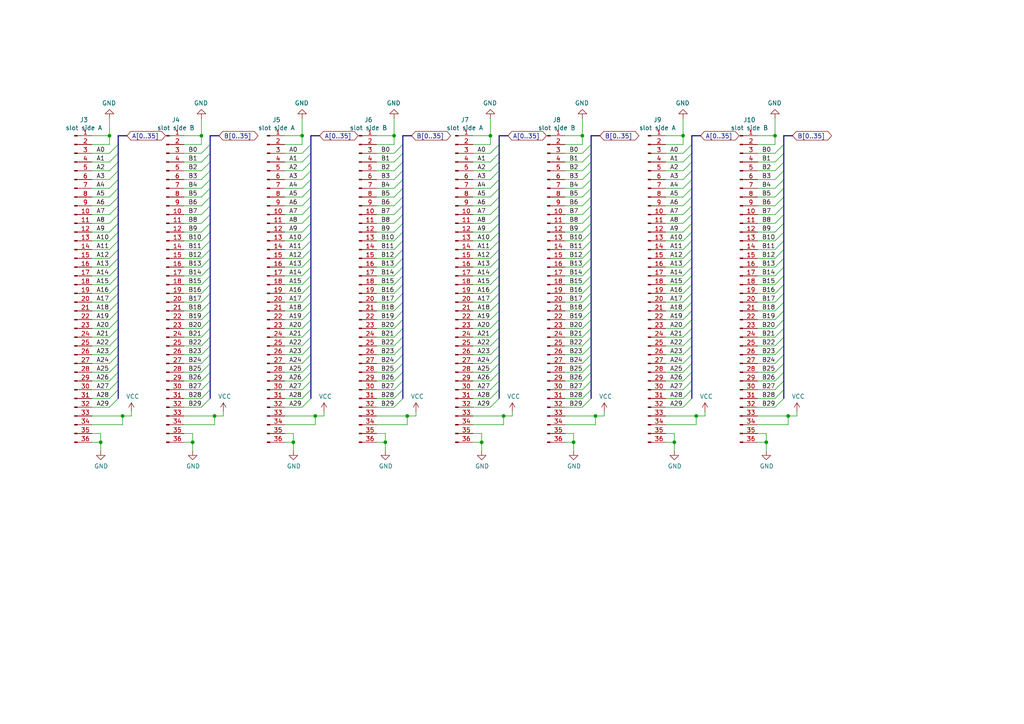
<source format=kicad_sch>
(kicad_sch (version 20230121) (generator eeschema)
  (paper "A4")
  (title_block (title "Mini8086 backplane") (rev "2.1"))
  (junction (at 58.42 39.37))
  (junction (at 228.6 120.65))
  (junction (at 31.75 39.37))
  (junction (at 91.44 120.65))
  (junction (at 224.79 39.37))
  (junction (at 118.11 120.65))
  (junction (at 114.3 39.37))
  (junction (at 146.05 120.65))
  (junction (at 142.24 39.37))
  (junction (at 168.91 39.37))
  (junction (at 35.56 120.65))
  (junction (at 139.7 128.27))
  (junction (at 172.72 120.65))
  (junction (at 85.09 128.27))
  (junction (at 201.93 120.65))
  (junction (at 198.12 39.37))
  (junction (at 166.37 128.27))
  (junction (at 195.58 128.27))
  (junction (at 222.25 128.27))
  (junction (at 62.23 120.65))
  (junction (at 111.76 128.27))
  (junction (at 55.88 128.27))
  (junction (at 29.21 128.27))
  (junction (at 87.63 39.37))
  (bus_entry (at 224.79 107.95) (size 2.54 -2.54))
  (bus_entry (at 142.24 110.49) (size 2.54 -2.54))
  (bus_entry (at 114.3 49.53) (size 2.54 -2.54))
  (bus_entry (at 31.75 72.39) (size 2.54 -2.54))
  (bus_entry (at 224.79 82.55) (size 2.54 -2.54))
  (bus_entry (at 168.91 80.01) (size 2.54 -2.54))
  (bus_entry (at 114.3 100.33) (size 2.54 -2.54))
  (bus_entry (at 142.24 54.61) (size 2.54 -2.54))
  (bus_entry (at 142.24 82.55) (size 2.54 -2.54))
  (bus_entry (at 142.24 62.23) (size 2.54 -2.54))
  (bus_entry (at 142.24 85.09) (size 2.54 -2.54))
  (bus_entry (at 87.63 46.99) (size 2.54 -2.54))
  (bus_entry (at 31.75 102.87) (size 2.54 -2.54))
  (bus_entry (at 224.79 59.69) (size 2.54 -2.54))
  (bus_entry (at 142.24 52.07) (size 2.54 -2.54))
  (bus_entry (at 114.3 102.87) (size 2.54 -2.54))
  (bus_entry (at 224.79 87.63) (size 2.54 -2.54))
  (bus_entry (at 168.91 97.79) (size 2.54 -2.54))
  (bus_entry (at 58.42 57.15) (size 2.54 -2.54))
  (bus_entry (at 114.3 44.45) (size 2.54 -2.54))
  (bus_entry (at 224.79 105.41) (size 2.54 -2.54))
  (bus_entry (at 168.91 64.77) (size 2.54 -2.54))
  (bus_entry (at 168.91 82.55) (size 2.54 -2.54))
  (bus_entry (at 168.91 57.15) (size 2.54 -2.54))
  (bus_entry (at 168.91 62.23) (size 2.54 -2.54))
  (bus_entry (at 87.63 97.79) (size 2.54 -2.54))
  (bus_entry (at 168.91 44.45) (size 2.54 -2.54))
  (bus_entry (at 31.75 59.69) (size 2.54 -2.54))
  (bus_entry (at 58.42 110.49) (size 2.54 -2.54))
  (bus_entry (at 31.75 92.71) (size 2.54 -2.54))
  (bus_entry (at 198.12 82.55) (size 2.54 -2.54))
  (bus_entry (at 58.42 118.11) (size 2.54 -2.54))
  (bus_entry (at 198.12 54.61) (size 2.54 -2.54))
  (bus_entry (at 114.3 46.99) (size 2.54 -2.54))
  (bus_entry (at 168.91 110.49) (size 2.54 -2.54))
  (bus_entry (at 198.12 72.39) (size 2.54 -2.54))
  (bus_entry (at 31.75 49.53) (size 2.54 -2.54))
  (bus_entry (at 31.75 115.57) (size 2.54 -2.54))
  (bus_entry (at 114.3 97.79) (size 2.54 -2.54))
  (bus_entry (at 224.79 69.85) (size 2.54 -2.54))
  (bus_entry (at 114.3 69.85) (size 2.54 -2.54))
  (bus_entry (at 87.63 44.45) (size 2.54 -2.54))
  (bus_entry (at 198.12 44.45) (size 2.54 -2.54))
  (bus_entry (at 168.91 69.85) (size 2.54 -2.54))
  (bus_entry (at 142.24 115.57) (size 2.54 -2.54))
  (bus_entry (at 142.24 74.93) (size 2.54 -2.54))
  (bus_entry (at 87.63 72.39) (size 2.54 -2.54))
  (bus_entry (at 198.12 118.11) (size 2.54 -2.54))
  (bus_entry (at 224.79 97.79) (size 2.54 -2.54))
  (bus_entry (at 58.42 113.03) (size 2.54 -2.54))
  (bus_entry (at 114.3 59.69) (size 2.54 -2.54))
  (bus_entry (at 87.63 105.41) (size 2.54 -2.54))
  (bus_entry (at 58.42 90.17) (size 2.54 -2.54))
  (bus_entry (at 114.3 95.25) (size 2.54 -2.54))
  (bus_entry (at 168.91 49.53) (size 2.54 -2.54))
  (bus_entry (at 198.12 95.25) (size 2.54 -2.54))
  (bus_entry (at 168.91 46.99) (size 2.54 -2.54))
  (bus_entry (at 168.91 115.57) (size 2.54 -2.54))
  (bus_entry (at 87.63 107.95) (size 2.54 -2.54))
  (bus_entry (at 142.24 100.33) (size 2.54 -2.54))
  (bus_entry (at 58.42 62.23) (size 2.54 -2.54))
  (bus_entry (at 58.42 102.87) (size 2.54 -2.54))
  (bus_entry (at 142.24 72.39) (size 2.54 -2.54))
  (bus_entry (at 224.79 80.01) (size 2.54 -2.54))
  (bus_entry (at 87.63 54.61) (size 2.54 -2.54))
  (bus_entry (at 87.63 69.85) (size 2.54 -2.54))
  (bus_entry (at 87.63 118.11) (size 2.54 -2.54))
  (bus_entry (at 114.3 107.95) (size 2.54 -2.54))
  (bus_entry (at 31.75 52.07) (size 2.54 -2.54))
  (bus_entry (at 58.42 72.39) (size 2.54 -2.54))
  (bus_entry (at 142.24 105.41) (size 2.54 -2.54))
  (bus_entry (at 198.12 85.09) (size 2.54 -2.54))
  (bus_entry (at 87.63 77.47) (size 2.54 -2.54))
  (bus_entry (at 87.63 102.87) (size 2.54 -2.54))
  (bus_entry (at 87.63 90.17) (size 2.54 -2.54))
  (bus_entry (at 142.24 57.15) (size 2.54 -2.54))
  (bus_entry (at 198.12 64.77) (size 2.54 -2.54))
  (bus_entry (at 31.75 64.77) (size 2.54 -2.54))
  (bus_entry (at 114.3 72.39) (size 2.54 -2.54))
  (bus_entry (at 224.79 115.57) (size 2.54 -2.54))
  (bus_entry (at 224.79 44.45) (size 2.54 -2.54))
  (bus_entry (at 142.24 95.25) (size 2.54 -2.54))
  (bus_entry (at 114.3 113.03) (size 2.54 -2.54))
  (bus_entry (at 58.42 64.77) (size 2.54 -2.54))
  (bus_entry (at 168.91 95.25) (size 2.54 -2.54))
  (bus_entry (at 114.3 118.11) (size 2.54 -2.54))
  (bus_entry (at 142.24 44.45) (size 2.54 -2.54))
  (bus_entry (at 58.42 95.25) (size 2.54 -2.54))
  (bus_entry (at 31.75 87.63) (size 2.54 -2.54))
  (bus_entry (at 198.12 69.85) (size 2.54 -2.54))
  (bus_entry (at 224.79 90.17) (size 2.54 -2.54))
  (bus_entry (at 198.12 67.31) (size 2.54 -2.54))
  (bus_entry (at 142.24 59.69) (size 2.54 -2.54))
  (bus_entry (at 168.91 100.33) (size 2.54 -2.54))
  (bus_entry (at 198.12 113.03) (size 2.54 -2.54))
  (bus_entry (at 114.3 52.07) (size 2.54 -2.54))
  (bus_entry (at 224.79 67.31) (size 2.54 -2.54))
  (bus_entry (at 87.63 92.71) (size 2.54 -2.54))
  (bus_entry (at 31.75 57.15) (size 2.54 -2.54))
  (bus_entry (at 224.79 57.15) (size 2.54 -2.54))
  (bus_entry (at 114.3 92.71) (size 2.54 -2.54))
  (bus_entry (at 224.79 64.77) (size 2.54 -2.54))
  (bus_entry (at 168.91 107.95) (size 2.54 -2.54))
  (bus_entry (at 142.24 102.87) (size 2.54 -2.54))
  (bus_entry (at 114.3 85.09) (size 2.54 -2.54))
  (bus_entry (at 58.42 115.57) (size 2.54 -2.54))
  (bus_entry (at 224.79 74.93) (size 2.54 -2.54))
  (bus_entry (at 31.75 110.49) (size 2.54 -2.54))
  (bus_entry (at 31.75 90.17) (size 2.54 -2.54))
  (bus_entry (at 142.24 92.71) (size 2.54 -2.54))
  (bus_entry (at 87.63 64.77) (size 2.54 -2.54))
  (bus_entry (at 87.63 95.25) (size 2.54 -2.54))
  (bus_entry (at 224.79 52.07) (size 2.54 -2.54))
  (bus_entry (at 198.12 100.33) (size 2.54 -2.54))
  (bus_entry (at 224.79 72.39) (size 2.54 -2.54))
  (bus_entry (at 31.75 62.23) (size 2.54 -2.54))
  (bus_entry (at 58.42 80.01) (size 2.54 -2.54))
  (bus_entry (at 224.79 54.61) (size 2.54 -2.54))
  (bus_entry (at 142.24 113.03) (size 2.54 -2.54))
  (bus_entry (at 114.3 105.41) (size 2.54 -2.54))
  (bus_entry (at 224.79 110.49) (size 2.54 -2.54))
  (bus_entry (at 198.12 80.01) (size 2.54 -2.54))
  (bus_entry (at 198.12 110.49) (size 2.54 -2.54))
  (bus_entry (at 87.63 67.31) (size 2.54 -2.54))
  (bus_entry (at 224.79 85.09) (size 2.54 -2.54))
  (bus_entry (at 87.63 62.23) (size 2.54 -2.54))
  (bus_entry (at 142.24 67.31) (size 2.54 -2.54))
  (bus_entry (at 31.75 44.45) (size 2.54 -2.54))
  (bus_entry (at 31.75 80.01) (size 2.54 -2.54))
  (bus_entry (at 224.79 62.23) (size 2.54 -2.54))
  (bus_entry (at 114.3 64.77) (size 2.54 -2.54))
  (bus_entry (at 31.75 54.61) (size 2.54 -2.54))
  (bus_entry (at 58.42 52.07) (size 2.54 -2.54))
  (bus_entry (at 114.3 87.63) (size 2.54 -2.54))
  (bus_entry (at 114.3 67.31) (size 2.54 -2.54))
  (bus_entry (at 198.12 102.87) (size 2.54 -2.54))
  (bus_entry (at 58.42 87.63) (size 2.54 -2.54))
  (bus_entry (at 142.24 46.99) (size 2.54 -2.54))
  (bus_entry (at 198.12 97.79) (size 2.54 -2.54))
  (bus_entry (at 168.91 92.71) (size 2.54 -2.54))
  (bus_entry (at 31.75 82.55) (size 2.54 -2.54))
  (bus_entry (at 142.24 90.17) (size 2.54 -2.54))
  (bus_entry (at 31.75 67.31) (size 2.54 -2.54))
  (bus_entry (at 58.42 69.85) (size 2.54 -2.54))
  (bus_entry (at 58.42 44.45) (size 2.54 -2.54))
  (bus_entry (at 31.75 97.79) (size 2.54 -2.54))
  (bus_entry (at 58.42 97.79) (size 2.54 -2.54))
  (bus_entry (at 31.75 69.85) (size 2.54 -2.54))
  (bus_entry (at 168.91 77.47) (size 2.54 -2.54))
  (bus_entry (at 58.42 59.69) (size 2.54 -2.54))
  (bus_entry (at 58.42 107.95) (size 2.54 -2.54))
  (bus_entry (at 87.63 52.07) (size 2.54 -2.54))
  (bus_entry (at 198.12 77.47) (size 2.54 -2.54))
  (bus_entry (at 31.75 107.95) (size 2.54 -2.54))
  (bus_entry (at 31.75 77.47) (size 2.54 -2.54))
  (bus_entry (at 142.24 80.01) (size 2.54 -2.54))
  (bus_entry (at 198.12 90.17) (size 2.54 -2.54))
  (bus_entry (at 142.24 87.63) (size 2.54 -2.54))
  (bus_entry (at 58.42 77.47) (size 2.54 -2.54))
  (bus_entry (at 114.3 54.61) (size 2.54 -2.54))
  (bus_entry (at 58.42 74.93) (size 2.54 -2.54))
  (bus_entry (at 87.63 87.63) (size 2.54 -2.54))
  (bus_entry (at 168.91 59.69) (size 2.54 -2.54))
  (bus_entry (at 58.42 54.61) (size 2.54 -2.54))
  (bus_entry (at 198.12 107.95) (size 2.54 -2.54))
  (bus_entry (at 198.12 49.53) (size 2.54 -2.54))
  (bus_entry (at 168.91 118.11) (size 2.54 -2.54))
  (bus_entry (at 31.75 100.33) (size 2.54 -2.54))
  (bus_entry (at 114.3 57.15) (size 2.54 -2.54))
  (bus_entry (at 58.42 85.09) (size 2.54 -2.54))
  (bus_entry (at 31.75 113.03) (size 2.54 -2.54))
  (bus_entry (at 142.24 49.53) (size 2.54 -2.54))
  (bus_entry (at 58.42 92.71) (size 2.54 -2.54))
  (bus_entry (at 114.3 77.47) (size 2.54 -2.54))
  (bus_entry (at 58.42 105.41) (size 2.54 -2.54))
  (bus_entry (at 168.91 54.61) (size 2.54 -2.54))
  (bus_entry (at 168.91 90.17) (size 2.54 -2.54))
  (bus_entry (at 87.63 80.01) (size 2.54 -2.54))
  (bus_entry (at 168.91 113.03) (size 2.54 -2.54))
  (bus_entry (at 168.91 85.09) (size 2.54 -2.54))
  (bus_entry (at 168.91 87.63) (size 2.54 -2.54))
  (bus_entry (at 142.24 64.77) (size 2.54 -2.54))
  (bus_entry (at 198.12 46.99) (size 2.54 -2.54))
  (bus_entry (at 198.12 59.69) (size 2.54 -2.54))
  (bus_entry (at 31.75 85.09) (size 2.54 -2.54))
  (bus_entry (at 58.42 82.55) (size 2.54 -2.54))
  (bus_entry (at 114.3 74.93) (size 2.54 -2.54))
  (bus_entry (at 58.42 67.31) (size 2.54 -2.54))
  (bus_entry (at 87.63 49.53) (size 2.54 -2.54))
  (bus_entry (at 58.42 46.99) (size 2.54 -2.54))
  (bus_entry (at 198.12 105.41) (size 2.54 -2.54))
  (bus_entry (at 142.24 107.95) (size 2.54 -2.54))
  (bus_entry (at 168.91 67.31) (size 2.54 -2.54))
  (bus_entry (at 224.79 49.53) (size 2.54 -2.54))
  (bus_entry (at 87.63 110.49) (size 2.54 -2.54))
  (bus_entry (at 114.3 80.01) (size 2.54 -2.54))
  (bus_entry (at 114.3 110.49) (size 2.54 -2.54))
  (bus_entry (at 31.75 105.41) (size 2.54 -2.54))
  (bus_entry (at 87.63 115.57) (size 2.54 -2.54))
  (bus_entry (at 87.63 59.69) (size 2.54 -2.54))
  (bus_entry (at 198.12 52.07) (size 2.54 -2.54))
  (bus_entry (at 224.79 102.87) (size 2.54 -2.54))
  (bus_entry (at 198.12 74.93) (size 2.54 -2.54))
  (bus_entry (at 198.12 57.15) (size 2.54 -2.54))
  (bus_entry (at 168.91 74.93) (size 2.54 -2.54))
  (bus_entry (at 224.79 113.03) (size 2.54 -2.54))
  (bus_entry (at 198.12 62.23) (size 2.54 -2.54))
  (bus_entry (at 168.91 72.39) (size 2.54 -2.54))
  (bus_entry (at 31.75 95.25) (size 2.54 -2.54))
  (bus_entry (at 31.75 46.99) (size 2.54 -2.54))
  (bus_entry (at 87.63 113.03) (size 2.54 -2.54))
  (bus_entry (at 168.91 105.41) (size 2.54 -2.54))
  (bus_entry (at 87.63 100.33) (size 2.54 -2.54))
  (bus_entry (at 142.24 77.47) (size 2.54 -2.54))
  (bus_entry (at 31.75 74.93) (size 2.54 -2.54))
  (bus_entry (at 224.79 95.25) (size 2.54 -2.54))
  (bus_entry (at 224.79 77.47) (size 2.54 -2.54))
  (bus_entry (at 87.63 74.93) (size 2.54 -2.54))
  (bus_entry (at 87.63 85.09) (size 2.54 -2.54))
  (bus_entry (at 224.79 118.11) (size 2.54 -2.54))
  (bus_entry (at 58.42 100.33) (size 2.54 -2.54))
  (bus_entry (at 224.79 92.71) (size 2.54 -2.54))
  (bus_entry (at 114.3 82.55) (size 2.54 -2.54))
  (bus_entry (at 142.24 97.79) (size 2.54 -2.54))
  (bus_entry (at 198.12 87.63) (size 2.54 -2.54))
  (bus_entry (at 198.12 92.71) (size 2.54 -2.54))
  (bus_entry (at 198.12 115.57) (size 2.54 -2.54))
  (bus_entry (at 168.91 52.07) (size 2.54 -2.54))
  (bus_entry (at 31.75 118.11) (size 2.54 -2.54))
  (bus_entry (at 168.91 102.87) (size 2.54 -2.54))
  (bus_entry (at 142.24 118.11) (size 2.54 -2.54))
  (bus_entry (at 114.3 115.57) (size 2.54 -2.54))
  (bus_entry (at 114.3 90.17) (size 2.54 -2.54))
  (bus_entry (at 142.24 69.85) (size 2.54 -2.54))
  (bus_entry (at 87.63 82.55) (size 2.54 -2.54))
  (bus_entry (at 58.42 49.53) (size 2.54 -2.54))
  (bus_entry (at 87.63 57.15) (size 2.54 -2.54))
  (bus_entry (at 114.3 62.23) (size 2.54 -2.54))
  (bus_entry (at 224.79 100.33) (size 2.54 -2.54))
  (bus_entry (at 224.79 46.99) (size 2.54 -2.54))
  (wire (pts (xy 114.3 118.11) (xy 109.22 118.11)))
  (wire (pts (xy 114.3 95.25) (xy 109.22 95.25)))
  (bus (pts (xy 60.96 85.09) (xy 60.96 87.63)))
  (wire (pts (xy 168.91 95.25) (xy 163.83 95.25)))
  (wire (pts (xy 58.42 59.69) (xy 53.34 59.69)))
  (wire (pts (xy 114.3 100.33) (xy 109.22 100.33)))
  (wire (pts (xy 31.75 87.63) (xy 26.67 87.63)))
  (bus (pts (xy 200.66 80.01) (xy 200.66 82.55)))
  (wire (pts (xy 31.75 80.01) (xy 26.67 80.01)))
  (wire (pts (xy 114.3 107.95) (xy 109.22 107.95)))
  (bus (pts (xy 171.45 41.91) (xy 171.45 44.45)))
  (wire (pts (xy 114.3 69.85) (xy 109.22 69.85)))
  (wire (pts (xy 26.67 120.65) (xy 35.56 120.65)))
  (wire (pts (xy 224.79 44.45) (xy 219.71 44.45)))
  (wire (pts (xy 224.79 57.15) (xy 219.71 57.15)))
  (wire (pts (xy 224.79 107.95) (xy 219.71 107.95)))
  (wire (pts (xy 58.42 115.57) (xy 53.34 115.57)))
  (wire (pts (xy 198.12 82.55) (xy 193.04 82.55)))
  (wire (pts (xy 168.91 97.79) (xy 163.83 97.79)))
  (wire (pts (xy 87.63 62.23) (xy 82.55 62.23)))
  (wire (pts (xy 219.71 120.65) (xy 228.6 120.65)))
  (wire (pts (xy 55.88 125.73) (xy 55.88 128.27)))
  (wire (pts (xy 198.12 57.15) (xy 193.04 57.15)))
  (wire (pts (xy 198.12 77.47) (xy 193.04 77.47)))
  (wire (pts (xy 146.05 120.65) (xy 148.59 120.65)))
  (bus (pts (xy 200.66 90.17) (xy 200.66 92.71)))
  (bus (pts (xy 171.45 72.39) (xy 171.45 74.93)))
  (bus (pts (xy 90.17 39.37) (xy 90.17 41.91)))
  (wire (pts (xy 31.75 72.39) (xy 26.67 72.39)))
  (bus (pts (xy 90.17 41.91) (xy 90.17 44.45)))
  (wire (pts (xy 91.44 123.19) (xy 82.55 123.19)))
  (wire (pts (xy 142.24 107.95) (xy 137.16 107.95)))
  (wire (pts (xy 139.7 125.73) (xy 139.7 128.27)))
  (bus (pts (xy 90.17 100.33) (xy 90.17 102.87)))
  (wire (pts (xy 114.3 82.55) (xy 109.22 82.55)))
  (wire (pts (xy 168.91 46.99) (xy 163.83 46.99)))
  (wire (pts (xy 87.63 87.63) (xy 82.55 87.63)))
  (bus (pts (xy 34.29 80.01) (xy 34.29 82.55)))
  (bus (pts (xy 144.78 54.61) (xy 144.78 57.15)))
  (wire (pts (xy 114.3 115.57) (xy 109.22 115.57)))
  (wire (pts (xy 109.22 128.27) (xy 111.76 128.27)))
  (wire (pts (xy 224.79 74.93) (xy 219.71 74.93)))
  (wire (pts (xy 193.04 125.73) (xy 195.58 125.73)))
  (wire (pts (xy 58.42 52.07) (xy 53.34 52.07)))
  (bus (pts (xy 171.45 52.07) (xy 171.45 54.61)))
  (bus (pts (xy 171.45 64.77) (xy 171.45 67.31)))
  (wire (pts (xy 31.75 113.03) (xy 26.67 113.03)))
  (bus (pts (xy 171.45 95.25) (xy 171.45 97.79)))
  (wire (pts (xy 35.56 120.65) (xy 35.56 123.19)))
  (bus (pts (xy 171.45 105.41) (xy 171.45 107.95)))
  (bus (pts (xy 34.29 39.37) (xy 36.83 39.37)))
  (wire (pts (xy 198.12 52.07) (xy 193.04 52.07)))
  (wire (pts (xy 31.75 92.71) (xy 26.67 92.71)))
  (bus (pts (xy 144.78 107.95) (xy 144.78 110.49)))
  (wire (pts (xy 87.63 113.03) (xy 82.55 113.03)))
  (wire (pts (xy 198.12 115.57) (xy 193.04 115.57)))
  (wire (pts (xy 85.09 125.73) (xy 85.09 128.27)))
  (bus (pts (xy 171.45 57.15) (xy 171.45 59.69)))
  (bus (pts (xy 227.33 102.87) (xy 227.33 105.41)))
  (bus (pts (xy 90.17 80.01) (xy 90.17 82.55)))
  (wire (pts (xy 31.75 115.57) (xy 26.67 115.57)))
  (wire (pts (xy 219.71 39.37) (xy 224.79 39.37)))
  (bus (pts (xy 90.17 110.49) (xy 90.17 113.03)))
  (bus (pts (xy 144.78 39.37) (xy 144.78 41.91)))
  (bus (pts (xy 227.33 72.39) (xy 227.33 74.93)))
  (wire (pts (xy 168.91 67.31) (xy 163.83 67.31)))
  (wire (pts (xy 114.3 72.39) (xy 109.22 72.39)))
  (wire (pts (xy 31.75 77.47) (xy 26.67 77.47)))
  (wire (pts (xy 31.75 64.77) (xy 26.67 64.77)))
  (bus (pts (xy 227.33 44.45) (xy 227.33 46.99)))
  (wire (pts (xy 198.12 39.37) (xy 198.12 34.29)))
  (wire (pts (xy 58.42 95.25) (xy 53.34 95.25)))
  (wire (pts (xy 168.91 44.45) (xy 163.83 44.45)))
  (wire (pts (xy 168.91 107.95) (xy 163.83 107.95)))
  (wire (pts (xy 142.24 41.91) (xy 142.24 39.37)))
  (wire (pts (xy 198.12 95.25) (xy 193.04 95.25)))
  (wire (pts (xy 58.42 92.71) (xy 53.34 92.71)))
  (bus (pts (xy 227.33 46.99) (xy 227.33 49.53)))
  (wire (pts (xy 58.42 39.37) (xy 58.42 34.29)))
  (bus (pts (xy 200.66 77.47) (xy 200.66 80.01)))
  (wire (pts (xy 109.22 39.37) (xy 114.3 39.37)))
  (bus (pts (xy 200.66 39.37) (xy 203.2 39.37)))
  (bus (pts (xy 34.29 90.17) (xy 34.29 92.71)))
  (wire (pts (xy 114.3 77.47) (xy 109.22 77.47)))
  (bus (pts (xy 60.96 44.45) (xy 60.96 46.99)))
  (wire (pts (xy 142.24 46.99) (xy 137.16 46.99)))
  (wire (pts (xy 198.12 92.71) (xy 193.04 92.71)))
  (wire (pts (xy 146.05 120.65) (xy 146.05 123.19)))
  (wire (pts (xy 175.26 120.65) (xy 175.26 119.38)))
  (wire (pts (xy 142.24 90.17) (xy 137.16 90.17)))
  (bus (pts (xy 34.29 67.31) (xy 34.29 69.85)))
  (bus (pts (xy 227.33 100.33) (xy 227.33 102.87)))
  (wire (pts (xy 224.79 118.11) (xy 219.71 118.11)))
  (bus (pts (xy 90.17 57.15) (xy 90.17 59.69)))
  (bus (pts (xy 90.17 62.23) (xy 90.17 64.77)))
  (wire (pts (xy 142.24 49.53) (xy 137.16 49.53)))
  (wire (pts (xy 168.91 72.39) (xy 163.83 72.39)))
  (wire (pts (xy 31.75 52.07) (xy 26.67 52.07)))
  (wire (pts (xy 35.56 123.19) (xy 26.67 123.19)))
  (bus (pts (xy 200.66 95.25) (xy 200.66 97.79)))
  (bus (pts (xy 90.17 113.03) (xy 90.17 115.57)))
  (bus (pts (xy 60.96 69.85) (xy 60.96 72.39)))
  (bus (pts (xy 200.66 59.69) (xy 200.66 62.23)))
  (wire (pts (xy 114.3 64.77) (xy 109.22 64.77)))
  (wire (pts (xy 168.91 115.57) (xy 163.83 115.57)))
  (wire (pts (xy 168.91 69.85) (xy 163.83 69.85)))
  (bus (pts (xy 34.29 44.45) (xy 34.29 46.99)))
  (wire (pts (xy 58.42 62.23) (xy 53.34 62.23)))
  (wire (pts (xy 58.42 100.33) (xy 53.34 100.33)))
  (wire (pts (xy 31.75 105.41) (xy 26.67 105.41)))
  (wire (pts (xy 114.3 102.87) (xy 109.22 102.87)))
  (bus (pts (xy 90.17 107.95) (xy 90.17 110.49)))
  (bus (pts (xy 200.66 85.09) (xy 200.66 87.63)))
  (wire (pts (xy 87.63 85.09) (xy 82.55 85.09)))
  (wire (pts (xy 58.42 44.45) (xy 53.34 44.45)))
  (bus (pts (xy 144.78 49.53) (xy 144.78 52.07)))
  (wire (pts (xy 168.91 87.63) (xy 163.83 87.63)))
  (bus (pts (xy 116.84 74.93) (xy 116.84 77.47)))
  (wire (pts (xy 142.24 54.61) (xy 137.16 54.61)))
  (wire (pts (xy 31.75 102.87) (xy 26.67 102.87)))
  (bus (pts (xy 227.33 62.23) (xy 227.33 64.77)))
  (bus (pts (xy 227.33 49.53) (xy 227.33 52.07)))
  (bus (pts (xy 90.17 39.37) (xy 92.71 39.37)))
  (wire (pts (xy 87.63 57.15) (xy 82.55 57.15)))
  (wire (pts (xy 142.24 87.63) (xy 137.16 87.63)))
  (wire (pts (xy 137.16 39.37) (xy 142.24 39.37)))
  (wire (pts (xy 224.79 97.79) (xy 219.71 97.79)))
  (bus (pts (xy 144.78 110.49) (xy 144.78 113.03)))
  (wire (pts (xy 58.42 80.01) (xy 53.34 80.01)))
  (bus (pts (xy 227.33 105.41) (xy 227.33 107.95)))
  (bus (pts (xy 144.78 85.09) (xy 144.78 87.63)))
  (bus (pts (xy 116.84 97.79) (xy 116.84 100.33)))
  (bus (pts (xy 60.96 97.79) (xy 60.96 100.33)))
  (bus (pts (xy 90.17 64.77) (xy 90.17 67.31)))
  (bus (pts (xy 144.78 113.03) (xy 144.78 115.57)))
  (bus (pts (xy 34.29 74.93) (xy 34.29 77.47)))
  (wire (pts (xy 222.25 128.27) (xy 222.25 130.81)))
  (wire (pts (xy 58.42 102.87) (xy 53.34 102.87)))
  (wire (pts (xy 224.79 80.01) (xy 219.71 80.01)))
  (bus (pts (xy 200.66 44.45) (xy 200.66 46.99)))
  (wire (pts (xy 58.42 54.61) (xy 53.34 54.61)))
  (bus (pts (xy 116.84 105.41) (xy 116.84 107.95)))
  (wire (pts (xy 168.91 41.91) (xy 163.83 41.91)))
  (wire (pts (xy 114.3 110.49) (xy 109.22 110.49)))
  (bus (pts (xy 60.96 113.03) (xy 60.96 115.57)))
  (bus (pts (xy 144.78 102.87) (xy 144.78 105.41)))
  (bus (pts (xy 116.84 92.71) (xy 116.84 95.25)))
  (wire (pts (xy 163.83 39.37) (xy 168.91 39.37)))
  (wire (pts (xy 198.12 97.79) (xy 193.04 97.79)))
  (bus (pts (xy 90.17 102.87) (xy 90.17 105.41)))
  (bus (pts (xy 90.17 85.09) (xy 90.17 87.63)))
  (bus (pts (xy 90.17 95.25) (xy 90.17 97.79)))
  (wire (pts (xy 87.63 92.71) (xy 82.55 92.71)))
  (wire (pts (xy 224.79 39.37) (xy 224.79 34.29)))
  (bus (pts (xy 116.84 80.01) (xy 116.84 82.55)))
  (bus (pts (xy 60.96 67.31) (xy 60.96 69.85)))
  (wire (pts (xy 137.16 120.65) (xy 146.05 120.65)))
  (wire (pts (xy 82.55 41.91) (xy 87.63 41.91)))
  (bus (pts (xy 60.96 62.23) (xy 60.96 64.77)))
  (bus (pts (xy 227.33 59.69) (xy 227.33 62.23)))
  (bus (pts (xy 144.78 72.39) (xy 144.78 74.93)))
  (wire (pts (xy 64.77 120.65) (xy 64.77 119.38)))
  (wire (pts (xy 163.83 128.27) (xy 166.37 128.27)))
  (wire (pts (xy 224.79 46.99) (xy 219.71 46.99)))
  (wire (pts (xy 31.75 54.61) (xy 26.67 54.61)))
  (wire (pts (xy 58.42 87.63) (xy 53.34 87.63)))
  (wire (pts (xy 114.3 41.91) (xy 109.22 41.91)))
  (wire (pts (xy 224.79 85.09) (xy 219.71 85.09)))
  (wire (pts (xy 193.04 41.91) (xy 198.12 41.91)))
  (wire (pts (xy 166.37 125.73) (xy 166.37 128.27)))
  (wire (pts (xy 168.91 113.03) (xy 163.83 113.03)))
  (bus (pts (xy 144.78 77.47) (xy 144.78 80.01)))
  (wire (pts (xy 142.24 64.77) (xy 137.16 64.77)))
  (bus (pts (xy 116.84 77.47) (xy 116.84 80.01)))
  (wire (pts (xy 198.12 90.17) (xy 193.04 90.17)))
  (bus (pts (xy 34.29 57.15) (xy 34.29 59.69)))
  (wire (pts (xy 224.79 115.57) (xy 219.71 115.57)))
  (bus (pts (xy 116.84 44.45) (xy 116.84 46.99)))
  (bus (pts (xy 34.29 95.25) (xy 34.29 97.79)))
  (bus (pts (xy 34.29 85.09) (xy 34.29 87.63)))
  (bus (pts (xy 116.84 95.25) (xy 116.84 97.79)))
  (bus (pts (xy 171.45 77.47) (xy 171.45 80.01)))
  (bus (pts (xy 90.17 49.53) (xy 90.17 52.07)))
  (wire (pts (xy 224.79 105.41) (xy 219.71 105.41)))
  (bus (pts (xy 90.17 46.99) (xy 90.17 49.53)))
  (wire (pts (xy 168.91 82.55) (xy 163.83 82.55)))
  (wire (pts (xy 142.24 39.37) (xy 142.24 34.29)))
  (bus (pts (xy 200.66 67.31) (xy 200.66 69.85)))
  (wire (pts (xy 87.63 52.07) (xy 82.55 52.07)))
  (bus (pts (xy 60.96 49.53) (xy 60.96 52.07)))
  (bus (pts (xy 144.78 82.55) (xy 144.78 85.09)))
  (wire (pts (xy 224.79 92.71) (xy 219.71 92.71)))
  (wire (pts (xy 82.55 125.73) (xy 85.09 125.73)))
  (bus (pts (xy 200.66 54.61) (xy 200.66 57.15)))
  (bus (pts (xy 34.29 87.63) (xy 34.29 90.17)))
  (bus (pts (xy 34.29 64.77) (xy 34.29 67.31)))
  (wire (pts (xy 38.1 120.65) (xy 38.1 119.38)))
  (bus (pts (xy 144.78 59.69) (xy 144.78 62.23)))
  (bus (pts (xy 171.45 82.55) (xy 171.45 85.09)))
  (bus (pts (xy 90.17 69.85) (xy 90.17 72.39)))
  (wire (pts (xy 87.63 49.53) (xy 82.55 49.53)))
  (wire (pts (xy 198.12 72.39) (xy 193.04 72.39)))
  (wire (pts (xy 91.44 120.65) (xy 91.44 123.19)))
  (wire (pts (xy 58.42 85.09) (xy 53.34 85.09)))
  (bus (pts (xy 34.29 39.37) (xy 34.29 41.91)))
  (bus (pts (xy 34.29 82.55) (xy 34.29 85.09)))
  (wire (pts (xy 87.63 64.77) (xy 82.55 64.77)))
  (bus (pts (xy 34.29 52.07) (xy 34.29 54.61)))
  (bus (pts (xy 227.33 85.09) (xy 227.33 87.63)))
  (bus (pts (xy 171.45 69.85) (xy 171.45 72.39)))
  (wire (pts (xy 198.12 110.49) (xy 193.04 110.49)))
  (wire (pts (xy 198.12 87.63) (xy 193.04 87.63)))
  (wire (pts (xy 142.24 115.57) (xy 137.16 115.57)))
  (wire (pts (xy 172.72 123.19) (xy 163.83 123.19)))
  (bus (pts (xy 116.84 110.49) (xy 116.84 113.03)))
  (bus (pts (xy 200.66 52.07) (xy 200.66 54.61)))
  (wire (pts (xy 204.47 120.65) (xy 204.47 119.38)))
  (wire (pts (xy 31.75 74.93) (xy 26.67 74.93)))
  (wire (pts (xy 31.75 59.69) (xy 26.67 59.69)))
  (wire (pts (xy 31.75 107.95) (xy 26.67 107.95)))
  (wire (pts (xy 201.93 123.19) (xy 193.04 123.19)))
  (bus (pts (xy 200.66 113.03) (xy 200.66 115.57)))
  (bus (pts (xy 116.84 59.69) (xy 116.84 62.23)))
  (bus (pts (xy 116.84 57.15) (xy 116.84 59.69)))
  (wire (pts (xy 114.3 85.09) (xy 109.22 85.09)))
  (wire (pts (xy 198.12 69.85) (xy 193.04 69.85)))
  (wire (pts (xy 85.09 128.27) (xy 85.09 130.81)))
  (bus (pts (xy 34.29 113.03) (xy 34.29 115.57)))
  (wire (pts (xy 114.3 49.53) (xy 109.22 49.53)))
  (wire (pts (xy 58.42 82.55) (xy 53.34 82.55)))
  (wire (pts (xy 166.37 128.27) (xy 166.37 130.81)))
  (wire (pts (xy 87.63 95.25) (xy 82.55 95.25)))
  (wire (pts (xy 142.24 67.31) (xy 137.16 67.31)))
  (wire (pts (xy 114.3 87.63) (xy 109.22 87.63)))
  (bus (pts (xy 60.96 52.07) (xy 60.96 54.61)))
  (bus (pts (xy 171.45 80.01) (xy 171.45 82.55)))
  (bus (pts (xy 200.66 62.23) (xy 200.66 64.77)))
  (wire (pts (xy 31.75 118.11) (xy 26.67 118.11)))
  (bus (pts (xy 116.84 107.95) (xy 116.84 110.49)))
  (bus (pts (xy 144.78 67.31) (xy 144.78 69.85)))
  (wire (pts (xy 82.55 128.27) (xy 85.09 128.27)))
  (wire (pts (xy 198.12 41.91) (xy 198.12 39.37)))
  (wire (pts (xy 224.79 67.31) (xy 219.71 67.31)))
  (wire (pts (xy 55.88 128.27) (xy 55.88 130.81)))
  (wire (pts (xy 142.24 44.45) (xy 137.16 44.45)))
  (wire (pts (xy 31.75 67.31) (xy 26.67 67.31)))
  (wire (pts (xy 31.75 100.33) (xy 26.67 100.33)))
  (wire (pts (xy 87.63 69.85) (xy 82.55 69.85)))
  (wire (pts (xy 114.3 54.61) (xy 109.22 54.61)))
  (wire (pts (xy 224.79 100.33) (xy 219.71 100.33)))
  (wire (pts (xy 142.24 105.41) (xy 137.16 105.41)))
  (bus (pts (xy 34.29 110.49) (xy 34.29 113.03)))
  (wire (pts (xy 87.63 110.49) (xy 82.55 110.49)))
  (bus (pts (xy 144.78 62.23) (xy 144.78 64.77)))
  (wire (pts (xy 168.91 110.49) (xy 163.83 110.49)))
  (wire (pts (xy 148.59 120.65) (xy 148.59 119.38)))
  (wire (pts (xy 168.91 39.37) (xy 168.91 34.29)))
  (wire (pts (xy 26.67 125.73) (xy 29.21 125.73)))
  (bus (pts (xy 227.33 39.37) (xy 227.33 41.91)))
  (wire (pts (xy 35.56 120.65) (xy 38.1 120.65)))
  (wire (pts (xy 198.12 59.69) (xy 193.04 59.69)))
  (wire (pts (xy 142.24 80.01) (xy 137.16 80.01)))
  (bus (pts (xy 60.96 39.37) (xy 60.96 41.91)))
  (bus (pts (xy 171.45 97.79) (xy 171.45 100.33)))
  (wire (pts (xy 219.71 125.73) (xy 222.25 125.73)))
  (bus (pts (xy 144.78 41.91) (xy 144.78 44.45)))
  (wire (pts (xy 231.14 120.65) (xy 231.14 119.38)))
  (bus (pts (xy 116.84 54.61) (xy 116.84 57.15)))
  (bus (pts (xy 227.33 52.07) (xy 227.33 54.61)))
  (bus (pts (xy 227.33 67.31) (xy 227.33 69.85)))
  (bus (pts (xy 60.96 80.01) (xy 60.96 82.55)))
  (bus (pts (xy 200.66 102.87) (xy 200.66 105.41)))
  (bus (pts (xy 116.84 39.37) (xy 119.38 39.37)))
  (wire (pts (xy 87.63 90.17) (xy 82.55 90.17)))
  (bus (pts (xy 200.66 107.95) (xy 200.66 110.49)))
  (bus (pts (xy 34.29 72.39) (xy 34.29 74.93)))
  (wire (pts (xy 87.63 59.69) (xy 82.55 59.69)))
  (wire (pts (xy 53.34 39.37) (xy 58.42 39.37)))
  (wire (pts (xy 87.63 107.95) (xy 82.55 107.95)))
  (bus (pts (xy 60.96 57.15) (xy 60.96 59.69)))
  (wire (pts (xy 195.58 125.73) (xy 195.58 128.27)))
  (bus (pts (xy 60.96 41.91) (xy 60.96 44.45)))
  (wire (pts (xy 118.11 120.65) (xy 118.11 123.19)))
  (bus (pts (xy 60.96 82.55) (xy 60.96 85.09)))
  (bus (pts (xy 227.33 95.25) (xy 227.33 97.79)))
  (wire (pts (xy 142.24 69.85) (xy 137.16 69.85)))
  (wire (pts (xy 31.75 90.17) (xy 26.67 90.17)))
  (bus (pts (xy 116.84 62.23) (xy 116.84 64.77)))
  (bus (pts (xy 34.29 100.33) (xy 34.29 102.87)))
  (wire (pts (xy 224.79 87.63) (xy 219.71 87.63)))
  (wire (pts (xy 168.91 105.41) (xy 163.83 105.41)))
  (bus (pts (xy 60.96 72.39) (xy 60.96 74.93)))
  (bus (pts (xy 116.84 87.63) (xy 116.84 90.17)))
  (wire (pts (xy 31.75 69.85) (xy 26.67 69.85)))
  (wire (pts (xy 198.12 100.33) (xy 193.04 100.33)))
  (bus (pts (xy 90.17 59.69) (xy 90.17 62.23)))
  (bus (pts (xy 200.66 57.15) (xy 200.66 59.69)))
  (bus (pts (xy 116.84 85.09) (xy 116.84 87.63)))
  (wire (pts (xy 168.91 92.71) (xy 163.83 92.71)))
  (bus (pts (xy 144.78 90.17) (xy 144.78 92.71)))
  (wire (pts (xy 87.63 54.61) (xy 82.55 54.61)))
  (wire (pts (xy 142.24 100.33) (xy 137.16 100.33)))
  (wire (pts (xy 168.91 41.91) (xy 168.91 39.37)))
  (wire (pts (xy 142.24 118.11) (xy 137.16 118.11)))
  (bus (pts (xy 144.78 52.07) (xy 144.78 54.61)))
  (bus (pts (xy 144.78 46.99) (xy 144.78 49.53)))
  (wire (pts (xy 82.55 39.37) (xy 87.63 39.37)))
  (bus (pts (xy 60.96 107.95) (xy 60.96 110.49)))
  (bus (pts (xy 116.84 100.33) (xy 116.84 102.87)))
  (wire (pts (xy 26.67 39.37) (xy 31.75 39.37)))
  (wire (pts (xy 201.93 120.65) (xy 201.93 123.19)))
  (bus (pts (xy 171.45 74.93) (xy 171.45 77.47)))
  (wire (pts (xy 228.6 120.65) (xy 231.14 120.65)))
  (wire (pts (xy 198.12 44.45) (xy 193.04 44.45)))
  (bus (pts (xy 144.78 74.93) (xy 144.78 77.47)))
  (bus (pts (xy 200.66 110.49) (xy 200.66 113.03)))
  (wire (pts (xy 87.63 105.41) (xy 82.55 105.41)))
  (bus (pts (xy 227.33 97.79) (xy 227.33 100.33)))
  (bus (pts (xy 90.17 74.93) (xy 90.17 77.47)))
  (bus (pts (xy 227.33 110.49) (xy 227.33 113.03)))
  (bus (pts (xy 171.45 67.31) (xy 171.45 69.85)))
  (bus (pts (xy 227.33 77.47) (xy 227.33 80.01)))
  (wire (pts (xy 142.24 110.49) (xy 137.16 110.49)))
  (bus (pts (xy 116.84 102.87) (xy 116.84 105.41)))
  (wire (pts (xy 62.23 120.65) (xy 62.23 123.19)))
  (bus (pts (xy 116.84 49.53) (xy 116.84 52.07)))
  (bus (pts (xy 116.84 52.07) (xy 116.84 54.61)))
  (bus (pts (xy 90.17 92.71) (xy 90.17 95.25)))
  (wire (pts (xy 114.3 57.15) (xy 109.22 57.15)))
  (bus (pts (xy 171.45 92.71) (xy 171.45 95.25)))
  (wire (pts (xy 224.79 49.53) (xy 219.71 49.53)))
  (bus (pts (xy 34.29 59.69) (xy 34.29 62.23)))
  (wire (pts (xy 224.79 62.23) (xy 219.71 62.23)))
  (bus (pts (xy 144.78 97.79) (xy 144.78 100.33)))
  (wire (pts (xy 224.79 52.07) (xy 219.71 52.07)))
  (bus (pts (xy 171.45 100.33) (xy 171.45 102.87)))
  (bus (pts (xy 171.45 54.61) (xy 171.45 57.15)))
  (wire (pts (xy 228.6 123.19) (xy 219.71 123.19)))
  (bus (pts (xy 34.29 77.47) (xy 34.29 80.01)))
  (bus (pts (xy 144.78 39.37) (xy 147.32 39.37)))
  (bus (pts (xy 60.96 46.99) (xy 60.96 49.53)))
  (wire (pts (xy 168.91 64.77) (xy 163.83 64.77)))
  (wire (pts (xy 224.79 69.85) (xy 219.71 69.85)))
  (bus (pts (xy 34.29 97.79) (xy 34.29 100.33)))
  (wire (pts (xy 111.76 125.73) (xy 111.76 128.27)))
  (wire (pts (xy 224.79 102.87) (xy 219.71 102.87)))
  (wire (pts (xy 198.12 102.87) (xy 193.04 102.87)))
  (bus (pts (xy 200.66 49.53) (xy 200.66 52.07)))
  (wire (pts (xy 198.12 46.99) (xy 193.04 46.99)))
  (wire (pts (xy 137.16 125.73) (xy 139.7 125.73)))
  (bus (pts (xy 200.66 87.63) (xy 200.66 90.17)))
  (wire (pts (xy 224.79 90.17) (xy 219.71 90.17)))
  (wire (pts (xy 114.3 62.23) (xy 109.22 62.23)))
  (wire (pts (xy 114.3 90.17) (xy 109.22 90.17)))
  (wire (pts (xy 114.3 92.71) (xy 109.22 92.71)))
  (bus (pts (xy 60.96 64.77) (xy 60.96 67.31)))
  (bus (pts (xy 227.33 64.77) (xy 227.33 67.31)))
  (bus (pts (xy 144.78 100.33) (xy 144.78 102.87)))
  (wire (pts (xy 142.24 62.23) (xy 137.16 62.23)))
  (wire (pts (xy 91.44 120.65) (xy 93.98 120.65)))
  (wire (pts (xy 163.83 125.73) (xy 166.37 125.73)))
  (bus (pts (xy 144.78 64.77) (xy 144.78 67.31)))
  (wire (pts (xy 58.42 90.17) (xy 53.34 90.17)))
  (bus (pts (xy 144.78 95.25) (xy 144.78 97.79)))
  (bus (pts (xy 60.96 100.33) (xy 60.96 102.87)))
  (wire (pts (xy 198.12 67.31) (xy 193.04 67.31)))
  (bus (pts (xy 34.29 107.95) (xy 34.29 110.49)))
  (wire (pts (xy 31.75 46.99) (xy 26.67 46.99)))
  (wire (pts (xy 31.75 57.15) (xy 26.67 57.15)))
  (wire (pts (xy 142.24 85.09) (xy 137.16 85.09)))
  (bus (pts (xy 60.96 105.41) (xy 60.96 107.95)))
  (bus (pts (xy 116.84 82.55) (xy 116.84 85.09)))
  (wire (pts (xy 224.79 54.61) (xy 219.71 54.61)))
  (wire (pts (xy 31.75 41.91) (xy 31.75 39.37)))
  (bus (pts (xy 171.45 110.49) (xy 171.45 113.03)))
  (wire (pts (xy 111.76 128.27) (xy 111.76 130.81)))
  (wire (pts (xy 114.3 97.79) (xy 109.22 97.79)))
  (wire (pts (xy 58.42 118.11) (xy 53.34 118.11)))
  (bus (pts (xy 90.17 52.07) (xy 90.17 54.61)))
  (bus (pts (xy 227.33 82.55) (xy 227.33 85.09)))
  (wire (pts (xy 168.91 85.09) (xy 163.83 85.09)))
  (wire (pts (xy 31.75 82.55) (xy 26.67 82.55)))
  (wire (pts (xy 82.55 120.65) (xy 91.44 120.65)))
  (wire (pts (xy 114.3 39.37) (xy 114.3 34.29)))
  (bus (pts (xy 227.33 41.91) (xy 227.33 44.45)))
  (bus (pts (xy 116.84 39.37) (xy 116.84 41.91)))
  (bus (pts (xy 171.45 107.95) (xy 171.45 110.49)))
  (bus (pts (xy 144.78 69.85) (xy 144.78 72.39)))
  (wire (pts (xy 168.91 102.87) (xy 163.83 102.87)))
  (wire (pts (xy 114.3 46.99) (xy 109.22 46.99)))
  (wire (pts (xy 224.79 82.55) (xy 219.71 82.55)))
  (wire (pts (xy 114.3 41.91) (xy 114.3 39.37)))
  (wire (pts (xy 198.12 62.23) (xy 193.04 62.23)))
  (wire (pts (xy 137.16 128.27) (xy 139.7 128.27)))
  (wire (pts (xy 168.91 118.11) (xy 163.83 118.11)))
  (wire (pts (xy 62.23 120.65) (xy 64.77 120.65)))
  (bus (pts (xy 200.66 41.91) (xy 200.66 44.45)))
  (wire (pts (xy 142.24 92.71) (xy 137.16 92.71)))
  (bus (pts (xy 200.66 92.71) (xy 200.66 95.25)))
  (wire (pts (xy 109.22 125.73) (xy 111.76 125.73)))
  (wire (pts (xy 53.34 125.73) (xy 55.88 125.73)))
  (bus (pts (xy 34.29 46.99) (xy 34.29 49.53)))
  (bus (pts (xy 144.78 80.01) (xy 144.78 82.55)))
  (bus (pts (xy 116.84 67.31) (xy 116.84 69.85)))
  (wire (pts (xy 224.79 77.47) (xy 219.71 77.47)))
  (bus (pts (xy 90.17 72.39) (xy 90.17 74.93)))
  (bus (pts (xy 90.17 97.79) (xy 90.17 100.33)))
  (wire (pts (xy 114.3 113.03) (xy 109.22 113.03)))
  (wire (pts (xy 114.3 74.93) (xy 109.22 74.93)))
  (bus (pts (xy 90.17 105.41) (xy 90.17 107.95)))
  (bus (pts (xy 60.96 95.25) (xy 60.96 97.79)))
  (bus (pts (xy 227.33 87.63) (xy 227.33 90.17)))
  (wire (pts (xy 114.3 67.31) (xy 109.22 67.31)))
  (bus (pts (xy 227.33 90.17) (xy 227.33 92.71)))
  (wire (pts (xy 26.67 128.27) (xy 29.21 128.27)))
  (wire (pts (xy 58.42 46.99) (xy 53.34 46.99)))
  (bus (pts (xy 227.33 80.01) (xy 227.33 82.55)))
  (wire (pts (xy 87.63 100.33) (xy 82.55 100.33)))
  (wire (pts (xy 198.12 105.41) (xy 193.04 105.41)))
  (wire (pts (xy 120.65 120.65) (xy 120.65 119.38)))
  (bus (pts (xy 34.29 102.87) (xy 34.29 105.41)))
  (bus (pts (xy 200.66 69.85) (xy 200.66 72.39)))
  (bus (pts (xy 144.78 105.41) (xy 144.78 107.95)))
  (bus (pts (xy 200.66 74.93) (xy 200.66 77.47)))
  (wire (pts (xy 87.63 118.11) (xy 82.55 118.11)))
  (bus (pts (xy 227.33 57.15) (xy 227.33 59.69)))
  (wire (pts (xy 198.12 80.01) (xy 193.04 80.01)))
  (bus (pts (xy 227.33 69.85) (xy 227.33 72.39)))
  (wire (pts (xy 193.04 120.65) (xy 201.93 120.65)))
  (wire (pts (xy 114.3 52.07) (xy 109.22 52.07)))
  (wire (pts (xy 142.24 102.87) (xy 137.16 102.87)))
  (wire (pts (xy 142.24 57.15) (xy 137.16 57.15)))
  (wire (pts (xy 142.24 82.55) (xy 137.16 82.55)))
  (wire (pts (xy 31.75 97.79) (xy 26.67 97.79)))
  (wire (pts (xy 118.11 123.19) (xy 109.22 123.19)))
  (wire (pts (xy 219.71 128.27) (xy 222.25 128.27)))
  (wire (pts (xy 168.91 62.23) (xy 163.83 62.23)))
  (wire (pts (xy 163.83 120.65) (xy 172.72 120.65)))
  (wire (pts (xy 146.05 123.19) (xy 137.16 123.19)))
  (wire (pts (xy 114.3 105.41) (xy 109.22 105.41)))
  (bus (pts (xy 60.96 90.17) (xy 60.96 92.71)))
  (wire (pts (xy 168.91 74.93) (xy 163.83 74.93)))
  (bus (pts (xy 116.84 41.91) (xy 116.84 44.45)))
  (wire (pts (xy 31.75 44.45) (xy 26.67 44.45)))
  (wire (pts (xy 193.04 39.37) (xy 198.12 39.37)))
  (wire (pts (xy 87.63 74.93) (xy 82.55 74.93)))
  (wire (pts (xy 58.42 67.31) (xy 53.34 67.31)))
  (wire (pts (xy 198.12 85.09) (xy 193.04 85.09)))
  (bus (pts (xy 90.17 82.55) (xy 90.17 85.09)))
  (wire (pts (xy 58.42 41.91) (xy 58.42 39.37)))
  (wire (pts (xy 224.79 59.69) (xy 219.71 59.69)))
  (wire (pts (xy 142.24 52.07) (xy 137.16 52.07)))
  (wire (pts (xy 58.42 49.53) (xy 53.34 49.53)))
  (bus (pts (xy 227.33 92.71) (xy 227.33 95.25)))
  (bus (pts (xy 227.33 39.37) (xy 229.87 39.37)))
  (wire (pts (xy 87.63 80.01) (xy 82.55 80.01)))
  (bus (pts (xy 200.66 82.55) (xy 200.66 85.09)))
  (wire (pts (xy 172.72 120.65) (xy 172.72 123.19)))
  (bus (pts (xy 171.45 49.53) (xy 171.45 52.07)))
  (wire (pts (xy 87.63 82.55) (xy 82.55 82.55)))
  (bus (pts (xy 171.45 85.09) (xy 171.45 87.63)))
  (bus (pts (xy 34.29 54.61) (xy 34.29 57.15)))
  (wire (pts (xy 58.42 57.15) (xy 53.34 57.15)))
  (wire (pts (xy 224.79 64.77) (xy 219.71 64.77)))
  (bus (pts (xy 34.29 69.85) (xy 34.29 72.39)))
  (bus (pts (xy 34.29 92.71) (xy 34.29 95.25)))
  (wire (pts (xy 31.75 49.53) (xy 26.67 49.53)))
  (bus (pts (xy 90.17 77.47) (xy 90.17 80.01)))
  (wire (pts (xy 198.12 107.95) (xy 193.04 107.95)))
  (wire (pts (xy 114.3 80.01) (xy 109.22 80.01)))
  (wire (pts (xy 168.91 57.15) (xy 163.83 57.15)))
  (wire (pts (xy 58.42 97.79) (xy 53.34 97.79)))
  (wire (pts (xy 58.42 107.95) (xy 53.34 107.95)))
  (wire (pts (xy 228.6 120.65) (xy 228.6 123.19)))
  (wire (pts (xy 142.24 77.47) (xy 137.16 77.47)))
  (wire (pts (xy 172.72 120.65) (xy 175.26 120.65)))
  (bus (pts (xy 171.45 39.37) (xy 171.45 41.91)))
  (bus (pts (xy 116.84 72.39) (xy 116.84 74.93)))
  (bus (pts (xy 116.84 64.77) (xy 116.84 67.31)))
  (wire (pts (xy 198.12 49.53) (xy 193.04 49.53)))
  (wire (pts (xy 168.91 100.33) (xy 163.83 100.33)))
  (bus (pts (xy 200.66 64.77) (xy 200.66 67.31)))
  (wire (pts (xy 58.42 69.85) (xy 53.34 69.85)))
  (wire (pts (xy 142.24 74.93) (xy 137.16 74.93)))
  (bus (pts (xy 171.45 90.17) (xy 171.45 92.71)))
  (bus (pts (xy 34.29 62.23) (xy 34.29 64.77)))
  (wire (pts (xy 224.79 72.39) (xy 219.71 72.39)))
  (bus (pts (xy 116.84 113.03) (xy 116.84 115.57)))
  (wire (pts (xy 168.91 80.01) (xy 163.83 80.01)))
  (wire (pts (xy 168.91 77.47) (xy 163.83 77.47)))
  (wire (pts (xy 168.91 52.07) (xy 163.83 52.07)))
  (wire (pts (xy 58.42 77.47) (xy 53.34 77.47)))
  (wire (pts (xy 142.24 113.03) (xy 137.16 113.03)))
  (wire (pts (xy 224.79 110.49) (xy 219.71 110.49)))
  (bus (pts (xy 116.84 90.17) (xy 116.84 92.71)))
  (wire (pts (xy 29.21 128.27) (xy 29.21 130.81)))
  (bus (pts (xy 60.96 102.87) (xy 60.96 105.41)))
  (bus (pts (xy 90.17 44.45) (xy 90.17 46.99)))
  (bus (pts (xy 227.33 113.03) (xy 227.33 115.57)))
  (wire (pts (xy 142.24 72.39) (xy 137.16 72.39)))
  (wire (pts (xy 53.34 120.65) (xy 62.23 120.65)))
  (bus (pts (xy 34.29 41.91) (xy 34.29 44.45)))
  (wire (pts (xy 142.24 59.69) (xy 137.16 59.69)))
  (wire (pts (xy 58.42 64.77) (xy 53.34 64.77)))
  (bus (pts (xy 116.84 46.99) (xy 116.84 49.53)))
  (bus (pts (xy 60.96 92.71) (xy 60.96 95.25)))
  (bus (pts (xy 144.78 57.15) (xy 144.78 59.69)))
  (wire (pts (xy 168.91 49.53) (xy 163.83 49.53)))
  (bus (pts (xy 60.96 87.63) (xy 60.96 90.17)))
  (wire (pts (xy 137.16 41.91) (xy 142.24 41.91)))
  (wire (pts (xy 224.79 41.91) (xy 219.71 41.91)))
  (bus (pts (xy 60.96 74.93) (xy 60.96 77.47)))
  (wire (pts (xy 87.63 97.79) (xy 82.55 97.79)))
  (wire (pts (xy 31.75 62.23) (xy 26.67 62.23)))
  (bus (pts (xy 227.33 74.93) (xy 227.33 77.47)))
  (wire (pts (xy 58.42 110.49) (xy 53.34 110.49)))
  (wire (pts (xy 139.7 128.27) (xy 139.7 130.81)))
  (wire (pts (xy 58.42 105.41) (xy 53.34 105.41)))
  (wire (pts (xy 58.42 41.91) (xy 53.34 41.91)))
  (wire (pts (xy 222.25 125.73) (xy 222.25 128.27)))
  (bus (pts (xy 171.45 62.23) (xy 171.45 64.77)))
  (bus (pts (xy 171.45 113.03) (xy 171.45 115.57)))
  (wire (pts (xy 58.42 113.03) (xy 53.34 113.03)))
  (bus (pts (xy 200.66 100.33) (xy 200.66 102.87)))
  (wire (pts (xy 198.12 74.93) (xy 193.04 74.93)))
  (bus (pts (xy 34.29 105.41) (xy 34.29 107.95)))
  (bus (pts (xy 144.78 44.45) (xy 144.78 46.99)))
  (bus (pts (xy 144.78 87.63) (xy 144.78 90.17)))
  (bus (pts (xy 60.96 39.37) (xy 63.5 39.37)))
  (wire (pts (xy 114.3 59.69) (xy 109.22 59.69)))
  (bus (pts (xy 227.33 107.95) (xy 227.33 110.49)))
  (bus (pts (xy 116.84 69.85) (xy 116.84 72.39)))
  (bus (pts (xy 90.17 87.63) (xy 90.17 90.17)))
  (wire (pts (xy 198.12 54.61) (xy 193.04 54.61)))
  (wire (pts (xy 93.98 120.65) (xy 93.98 119.38)))
  (wire (pts (xy 168.91 90.17) (xy 163.83 90.17)))
  (bus (pts (xy 90.17 90.17) (xy 90.17 92.71)))
  (bus (pts (xy 227.33 54.61) (xy 227.33 57.15)))
  (wire (pts (xy 31.75 95.25) (xy 26.67 95.25)))
  (wire (pts (xy 53.34 128.27) (xy 55.88 128.27)))
  (wire (pts (xy 87.63 46.99) (xy 82.55 46.99)))
  (wire (pts (xy 87.63 72.39) (xy 82.55 72.39)))
  (wire (pts (xy 87.63 77.47) (xy 82.55 77.47)))
  (wire (pts (xy 58.42 72.39) (xy 53.34 72.39)))
  (wire (pts (xy 109.22 120.65) (xy 118.11 120.65)))
  (wire (pts (xy 31.75 85.09) (xy 26.67 85.09)))
  (wire (pts (xy 31.75 39.37) (xy 31.75 34.29)))
  (bus (pts (xy 60.96 54.61) (xy 60.96 57.15)))
  (bus (pts (xy 200.66 46.99) (xy 200.66 49.53)))
  (wire (pts (xy 87.63 41.91) (xy 87.63 39.37)))
  (bus (pts (xy 171.45 59.69) (xy 171.45 62.23)))
  (wire (pts (xy 198.12 113.03) (xy 193.04 113.03)))
  (bus (pts (xy 200.66 105.41) (xy 200.66 107.95)))
  (bus (pts (xy 90.17 54.61) (xy 90.17 57.15)))
  (wire (pts (xy 31.75 110.49) (xy 26.67 110.49)))
  (wire (pts (xy 87.63 67.31) (xy 82.55 67.31)))
  (wire (pts (xy 198.12 118.11) (xy 193.04 118.11)))
  (wire (pts (xy 87.63 39.37) (xy 87.63 34.29)))
  (wire (pts (xy 195.58 128.27) (xy 195.58 130.81)))
  (bus (pts (xy 171.45 87.63) (xy 171.45 90.17)))
  (bus (pts (xy 60.96 59.69) (xy 60.96 62.23)))
  (bus (pts (xy 200.66 72.39) (xy 200.66 74.93)))
  (bus (pts (xy 144.78 92.71) (xy 144.78 95.25)))
  (bus (pts (xy 171.45 44.45) (xy 171.45 46.99)))
  (wire (pts (xy 87.63 102.87) (xy 82.55 102.87)))
  (wire (pts (xy 168.91 54.61) (xy 163.83 54.61)))
  (bus (pts (xy 200.66 39.37) (xy 200.66 41.91)))
  (bus (pts (xy 34.29 49.53) (xy 34.29 52.07)))
  (bus (pts (xy 60.96 110.49) (xy 60.96 113.03)))
  (wire (pts (xy 224.79 95.25) (xy 219.71 95.25)))
  (wire (pts (xy 114.3 44.45) (xy 109.22 44.45)))
  (wire (pts (xy 198.12 64.77) (xy 193.04 64.77)))
  (bus (pts (xy 90.17 67.31) (xy 90.17 69.85)))
  (wire (pts (xy 87.63 44.45) (xy 82.55 44.45)))
  (wire (pts (xy 29.21 125.73) (xy 29.21 128.27)))
  (bus (pts (xy 171.45 46.99) (xy 171.45 49.53)))
  (bus (pts (xy 171.45 39.37) (xy 173.99 39.37)))
  (wire (pts (xy 224.79 113.03) (xy 219.71 113.03)))
  (bus (pts (xy 60.96 77.47) (xy 60.96 80.01)))
  (wire (pts (xy 142.24 95.25) (xy 137.16 95.25)))
  (wire (pts (xy 168.91 59.69) (xy 163.83 59.69)))
  (wire (pts (xy 193.04 128.27) (xy 195.58 128.27)))
  (bus (pts (xy 171.45 102.87) (xy 171.45 105.41)))
  (wire (pts (xy 58.42 74.93) (xy 53.34 74.93)))
  (wire (pts (xy 201.93 120.65) (xy 204.47 120.65)))
  (wire (pts (xy 118.11 120.65) (xy 120.65 120.65)))
  (bus (pts (xy 200.66 97.79) (xy 200.66 100.33)))
  (wire (pts (xy 26.67 41.91) (xy 31.75 41.91)))
  (wire (pts (xy 224.79 41.91) (xy 224.79 39.37)))
  (wire (pts (xy 62.23 123.19) (xy 53.34 123.19)))
  (wire (pts (xy 142.24 97.79) (xy 137.16 97.79)))
  (wire (pts (xy 87.63 115.57) (xy 82.55 115.57)))
  (label "A12" (at 27.94 74.93 0))
  (label "A24" (at 27.94 105.41 0))
  (label "B17" (at 165.1 87.63 0))
  (label "B14" (at 165.1 80.01 0))
  (label "B21" (at 165.1 97.79 0))
  (label "A25" (at 138.43 107.95 0))
  (label "A7" (at 83.82 62.23 0))
  (label "B5" (at 165.1 57.15 0))
  (label "A28" (at 138.43 115.57 0))
  (label "B7" (at 110.49 62.23 0))
  (label "A14" (at 27.94 80.01 0))
  (label "A26" (at 194.31 110.49 0))
  (label "A0" (at 138.43 44.45 0))
  (label "A24" (at 194.31 105.41 0))
  (label "B19" (at 54.61 92.71 0))
  (label "B0" (at 165.1 44.45 0))
  (label "B19" (at 220.98 92.71 0))
  (label "A17" (at 27.94 87.63 0))
  (label "A9" (at 27.94 67.31 0))
  (label "B8" (at 165.1 64.77 0))
  (label "B6" (at 110.49 59.69 0))
  (label "A14" (at 194.31 80.01 0))
  (label "B26" (at 220.98 110.49 0))
  (label "B19" (at 110.49 92.71 0))
  (label "A6" (at 27.94 59.69 0))
  (label "B11" (at 110.49 72.39 0))
  (label "B23" (at 54.61 102.87 0))
  (label "A4" (at 194.31 54.61 0))
  (label "A0" (at 194.31 44.45 0))
  (label "A12" (at 194.31 74.93 0))
  (label "A15" (at 194.31 82.55 0))
  (label "A8" (at 27.94 64.77 0))
  (label "B19" (at 165.1 92.71 0))
  (label "A0" (at 27.94 44.45 0))
  (label "A4" (at 83.82 54.61 0))
  (label "B3" (at 54.61 52.07 0))
  (label "A12" (at 83.82 74.93 0))
  (label "B17" (at 54.61 87.63 0))
  (label "B5" (at 110.49 57.15 0))
  (label "A23" (at 83.82 102.87 0))
  (label "B20" (at 110.49 95.25 0))
  (label "A22" (at 27.94 100.33 0))
  (label "A27" (at 83.82 113.03 0))
  (label "A10" (at 194.31 69.85 0))
  (label "A19" (at 194.31 92.71 0))
  (label "B13" (at 220.98 77.47 0))
  (label "B12" (at 220.98 74.93 0))
  (label "B20" (at 54.61 95.25 0))
  (label "A9" (at 138.43 67.31 0))
  (label "B16" (at 54.61 85.09 0))
  (label "A12" (at 138.43 74.93 0))
  (label "A27" (at 27.94 113.03 0))
  (label "A23" (at 27.94 102.87 0))
  (label "B16" (at 110.49 85.09 0))
  (label "B11" (at 54.61 72.39 0))
  (label "B26" (at 54.61 110.49 0))
  (label "A7" (at 138.43 62.23 0))
  (label "A25" (at 27.94 107.95 0))
  (label "A3" (at 138.43 52.07 0))
  (label "A18" (at 83.82 90.17 0))
  (label "B0" (at 54.61 44.45 0))
  (label "B27" (at 220.98 113.03 0))
  (label "B6" (at 54.61 59.69 0))
  (label "A16" (at 194.31 85.09 0))
  (label "B28" (at 110.49 115.57 0))
  (label "B21" (at 110.49 97.79 0))
  (label "A29" (at 83.82 118.11 0))
  (label "A18" (at 27.94 90.17 0))
  (label "A26" (at 83.82 110.49 0))
  (label "A5" (at 194.31 57.15 0))
  (label "B23" (at 165.1 102.87 0))
  (label "B15" (at 220.98 82.55 0))
  (label "B22" (at 220.98 100.33 0))
  (label "B2" (at 110.49 49.53 0))
  (label "B3" (at 220.98 52.07 0))
  (label "A23" (at 138.43 102.87 0))
  (label "A4" (at 27.94 54.61 0))
  (label "B5" (at 54.61 57.15 0))
  (label "B25" (at 220.98 107.95 0))
  (label "A25" (at 194.31 107.95 0))
  (label "A10" (at 27.94 69.85 0))
  (label "A5" (at 138.43 57.15 0))
  (label "A1" (at 194.31 46.99 0))
  (label "A21" (at 138.43 97.79 0))
  (label "A5" (at 27.94 57.15 0))
  (label "B17" (at 110.49 87.63 0))
  (label "B12" (at 165.1 74.93 0))
  (label "B15" (at 165.1 82.55 0))
  (label "A6" (at 83.82 59.69 0))
  (label "B14" (at 220.98 80.01 0))
  (label "B10" (at 165.1 69.85 0))
  (label "B28" (at 165.1 115.57 0))
  (label "A17" (at 194.31 87.63 0))
  (label "A26" (at 138.43 110.49 0))
  (label "B27" (at 110.49 113.03 0))
  (label "B27" (at 165.1 113.03 0))
  (label "B4" (at 110.49 54.61 0))
  (label "A13" (at 138.43 77.47 0))
  (label "B28" (at 220.98 115.57 0))
  (label "B23" (at 220.98 102.87 0))
  (label "A20" (at 138.43 95.25 0))
  (label "A15" (at 138.43 82.55 0))
  (label "B18" (at 110.49 90.17 0))
  (label "A29" (at 194.31 118.11 0))
  (label "A17" (at 83.82 87.63 0))
  (label "A1" (at 83.82 46.99 0))
  (label "A4" (at 138.43 54.61 0))
  (label "A14" (at 83.82 80.01 0))
  (label "B2" (at 165.1 49.53 0))
  (label "A23" (at 194.31 102.87 0))
  (label "B28" (at 54.61 115.57 0))
  (label "A11" (at 27.94 72.39 0))
  (label "B24" (at 220.98 105.41 0))
  (label "B6" (at 220.98 59.69 0))
  (label "B2" (at 220.98 49.53 0))
  (label "A16" (at 27.94 85.09 0))
  (label "B7" (at 165.1 62.23 0))
  (label "A3" (at 27.94 52.07 0))
  (label "B13" (at 165.1 77.47 0))
  (label "A2" (at 83.82 49.53 0))
  (label "B29" (at 220.98 118.11 0))
  (label "B24" (at 110.49 105.41 0))
  (label "B4" (at 220.98 54.61 0))
  (label "B21" (at 54.61 97.79 0))
  (label "A2" (at 138.43 49.53 0))
  (label "A15" (at 83.82 82.55 0))
  (label "A28" (at 194.31 115.57 0))
  (label "B24" (at 165.1 105.41 0))
  (label "B22" (at 165.1 100.33 0))
  (label "A20" (at 194.31 95.25 0))
  (label "B29" (at 165.1 118.11 0))
  (label "A13" (at 194.31 77.47 0))
  (label "A11" (at 194.31 72.39 0))
  (label "B3" (at 165.1 52.07 0))
  (label "B20" (at 165.1 95.25 0))
  (label "A9" (at 83.82 67.31 0))
  (label "B29" (at 54.61 118.11 0))
  (label "B0" (at 110.49 44.45 0))
  (label "A13" (at 27.94 77.47 0))
  (label "A1" (at 138.43 46.99 0))
  (label "A8" (at 83.82 64.77 0))
  (label "A19" (at 83.82 92.71 0))
  (label "A5" (at 83.82 57.15 0))
  (label "B21" (at 220.98 97.79 0))
  (label "A22" (at 138.43 100.33 0))
  (label "B9" (at 110.49 67.31 0))
  (label "B1" (at 165.1 46.99 0))
  (label "B4" (at 165.1 54.61 0))
  (label "B10" (at 220.98 69.85 0))
  (label "A28" (at 83.82 115.57 0))
  (label "A18" (at 194.31 90.17 0))
  (label "A8" (at 138.43 64.77 0))
  (label "B18" (at 220.98 90.17 0))
  (label "B26" (at 165.1 110.49 0))
  (label "B25" (at 165.1 107.95 0))
  (label "A7" (at 27.94 62.23 0))
  (label "A13" (at 83.82 77.47 0))
  (label "A6" (at 138.43 59.69 0))
  (label "B0" (at 220.98 44.45 0))
  (label "B7" (at 220.98 62.23 0))
  (label "A10" (at 83.82 69.85 0))
  (label "A26" (at 27.94 110.49 0))
  (label "A24" (at 83.82 105.41 0))
  (label "B10" (at 54.61 69.85 0))
  (label "A25" (at 83.82 107.95 0))
  (label "A3" (at 194.31 52.07 0))
  (label "B12" (at 110.49 74.93 0))
  (label "B13" (at 110.49 77.47 0))
  (label "B24" (at 54.61 105.41 0))
  (label "A16" (at 138.43 85.09 0))
  (label "A19" (at 27.94 92.71 0))
  (label "A6" (at 194.31 59.69 0))
  (label "A11" (at 83.82 72.39 0))
  (label "B2" (at 54.61 49.53 0))
  (label "B18" (at 54.61 90.17 0))
  (label "B6" (at 165.1 59.69 0))
  (label "A27" (at 138.43 113.03 0))
  (label "B16" (at 165.1 85.09 0))
  (label "A1" (at 27.94 46.99 0))
  (label "B22" (at 54.61 100.33 0))
  (label "A18" (at 138.43 90.17 0))
  (label "B7" (at 54.61 62.23 0))
  (label "A24" (at 138.43 105.41 0))
  (label "A3" (at 83.82 52.07 0))
  (label "A20" (at 83.82 95.25 0))
  (label "A9" (at 194.31 67.31 0))
  (label "A21" (at 194.31 97.79 0))
  (label "B25" (at 110.49 107.95 0))
  (label "B8" (at 110.49 64.77 0))
  (label "B5" (at 220.98 57.15 0))
  (label "A14" (at 138.43 80.01 0))
  (label "A17" (at 138.43 87.63 0))
  (label "B1" (at 110.49 46.99 0))
  (label "B25" (at 54.61 107.95 0))
  (label "A21" (at 83.82 97.79 0))
  (label "A22" (at 83.82 100.33 0))
  (label "A22" (at 194.31 100.33 0))
  (label "B16" (at 220.98 85.09 0))
  (label "B12" (at 54.61 74.93 0))
  (label "B11" (at 165.1 72.39 0))
  (label "A0" (at 83.82 44.45 0))
  (label "A2" (at 194.31 49.53 0))
  (label "B27" (at 54.61 113.03 0))
  (label "B14" (at 54.61 80.01 0))
  (label "B4" (at 54.61 54.61 0))
  (label "B9" (at 165.1 67.31 0))
  (label "B20" (at 220.98 95.25 0))
  (label "B1" (at 54.61 46.99 0))
  (label "B17" (at 220.98 87.63 0))
  (label "B11" (at 220.98 72.39 0))
  (label "B13" (at 54.61 77.47 0))
  (label "A27" (at 194.31 113.03 0))
  (label "A11" (at 138.43 72.39 0))
  (label "B22" (at 110.49 100.33 0))
  (label "B18" (at 165.1 90.17 0))
  (label "A8" (at 194.31 64.77 0))
  (label "B9" (at 54.61 67.31 0))
  (label "B15" (at 110.49 82.55 0))
  (label "B29" (at 110.49 118.11 0))
  (label "B3" (at 110.49 52.07 0))
  (label "B8" (at 220.98 64.77 0))
  (label "A29" (at 27.94 118.11 0))
  (label "A28" (at 27.94 115.57 0))
  (label "B9" (at 220.98 67.31 0))
  (label "B15" (at 54.61 82.55 0))
  (label "B23" (at 110.49 102.87 0))
  (label "A2" (at 27.94 49.53 0))
  (label "B8" (at 54.61 64.77 0))
  (label "A16" (at 83.82 85.09 0))
  (label "A15" (at 27.94 82.55 0))
  (label "B14" (at 110.49 80.01 0))
  (label "B26" (at 110.49 110.49 0))
  (label "B10" (at 110.49 69.85 0))
  (label "A7" (at 194.31 62.23 0))
  (label "B1" (at 220.98 46.99 0))
  (label "A21" (at 27.94 97.79 0))
  (label "A19" (at 138.43 92.71 0))
  (label "A29" (at 138.43 118.11 0))
  (label "A10" (at 138.43 69.85 0))
  (label "A20" (at 27.94 95.25 0))
  (global_label "B[0..35]" (shape bidirectional) (at 63.5 39.37 0) (property "Intersheetrefs" "${INTERSHEET_REFS}" (effects hide)))
  (global_label "A[0..35]" (shape bidirectional) (at 92.71 39.37 0) (property "Intersheetrefs" "${INTERSHEET_REFS}" (effects hide)))
  (global_label "A[0..35]" (shape bidirectional) (at 147.32 39.37 0) (property "Intersheetrefs" "${INTERSHEET_REFS}" (effects hide)))
  (global_label "B[0..35]" (shape bidirectional) (at 119.38 39.37 0) (property "Intersheetrefs" "${INTERSHEET_REFS}" (effects hide)))
  (global_label "A[0..35]" (shape bidirectional) (at 203.2 39.37 0) (property "Intersheetrefs" "${INTERSHEET_REFS}" (effects hide)))
  (global_label "B[0..35]" (shape bidirectional) (at 173.99 39.37 0) (property "Intersheetrefs" "${INTERSHEET_REFS}" (effects hide)))
  (global_label "B[0..35]" (shape bidirectional) (at 229.87 39.37 0) (property "Intersheetrefs" "${INTERSHEET_REFS}" (effects hide)))
  (global_label "A[0..35]" (shape bidirectional) (at 36.83 39.37 0) (property "Intersheetrefs" "${INTERSHEET_REFS}" (effects hide)))
  (symbol (lib_id "backplane-rescue:Conn_01x36_Male-Connector") (at 21.59 82.55 0) (unit 1)
    (property "Reference" "J3" (at 24.3332 34.7726 0))
    (property "Value" "slot side A" (at 24.3332 37.084 0))
    (property "Footprint" "Connector_PinHeader_2.54mm:PinHeader_1x36_P2.54mm_Vertical" (effects hide))
  )
  (symbol (lib_id "backplane-rescue:Conn_01x36_Male-Connector") (at 48.26 82.55 0) (unit 1)
    (property "Reference" "J4" (at 51.0032 34.7726 0))
    (property "Value" "slot side B" (at 51.0032 37.084 0))
    (property "Footprint" "Connector_PinHeader_2.54mm:PinHeader_1x36_P2.54mm_Vertical" (effects hide))
  )
  (symbol (lib_id "power:GND") (at 55.88 130.81 0) (unit 1)
    (property "Reference" "#PWR0101" (effects hide))
    (property "Value" "GND" (at 56.007 135.2042 0))
  )
  (symbol (lib_id "power:GND") (at 29.21 130.81 0) (unit 1)
    (property "Reference" "#PWR0102" (effects hide))
    (property "Value" "GND" (at 29.337 135.2042 0))
  )
  (symbol (lib_id "power:VCC") (at 64.77 119.38 0) (unit 1)
    (property "Reference" "#PWR0103" (effects hide))
    (property "Value" "VCC" (at 65.151 114.9858 0))
  )
  (symbol (lib_id "power:VCC") (at 38.1 119.38 0) (unit 1)
    (property "Reference" "#PWR0104" (effects hide))
    (property "Value" "VCC" (at 38.481 114.9858 0))
  )
  (symbol (lib_id "power:GND") (at 31.75 34.29 180) (unit 1)
    (property "Reference" "#PWR0105" (effects hide))
    (property "Value" "GND" (at 31.623 29.8958 0))
  )
  (symbol (lib_id "power:GND") (at 58.42 34.29 180) (unit 1)
    (property "Reference" "#PWR0106" (effects hide))
    (property "Value" "GND" (at 58.293 29.8958 0))
  )
  (symbol (lib_id "backplane-rescue:Conn_01x36_Male-Connector") (at 77.47 82.55 0) (unit 1)
    (property "Reference" "J5" (at 80.2132 34.7726 0))
    (property "Value" "slot side A" (at 80.2132 37.084 0))
    (property "Footprint" "Connector_PinHeader_2.54mm:PinHeader_1x36_P2.54mm_Vertical" (effects hide))
  )
  (symbol (lib_id "backplane-rescue:Conn_01x36_Male-Connector") (at 104.14 82.55 0) (unit 1)
    (property "Reference" "J6" (at 106.8832 34.7726 0))
    (property "Value" "slot side B" (at 106.8832 37.084 0))
    (property "Footprint" "Connector_PinHeader_2.54mm:PinHeader_1x36_P2.54mm_Vertical" (effects hide))
  )
  (symbol (lib_id "power:GND") (at 111.76 130.81 0) (unit 1)
    (property "Reference" "#PWR0107" (effects hide))
    (property "Value" "GND" (at 111.887 135.2042 0))
  )
  (symbol (lib_id "power:GND") (at 85.09 130.81 0) (unit 1)
    (property "Reference" "#PWR0108" (effects hide))
    (property "Value" "GND" (at 85.217 135.2042 0))
  )
  (symbol (lib_id "power:VCC") (at 120.65 119.38 0) (unit 1)
    (property "Reference" "#PWR0109" (effects hide))
    (property "Value" "VCC" (at 121.031 114.9858 0))
  )
  (symbol (lib_id "power:VCC") (at 93.98 119.38 0) (unit 1)
    (property "Reference" "#PWR0110" (effects hide))
    (property "Value" "VCC" (at 94.361 114.9858 0))
  )
  (symbol (lib_id "power:GND") (at 87.63 34.29 180) (unit 1)
    (property "Reference" "#PWR0111" (effects hide))
    (property "Value" "GND" (at 87.503 29.8958 0))
  )
  (symbol (lib_id "power:GND") (at 114.3 34.29 180) (unit 1)
    (property "Reference" "#PWR0112" (effects hide))
    (property "Value" "GND" (at 114.173 29.8958 0))
  )
  (symbol (lib_id "backplane-rescue:Conn_01x36_Male-Connector") (at 132.08 82.55 0) (unit 1)
    (property "Reference" "J7" (at 134.8232 34.7726 0))
    (property "Value" "slot side A" (at 134.8232 37.084 0))
    (property "Footprint" "Connector_PinHeader_2.54mm:PinHeader_1x36_P2.54mm_Vertical" (effects hide))
  )
  (symbol (lib_id "backplane-rescue:Conn_01x36_Male-Connector") (at 158.75 82.55 0) (unit 1)
    (property "Reference" "J8" (at 161.4932 34.7726 0))
    (property "Value" "slot side B" (at 161.4932 37.084 0))
    (property "Footprint" "Connector_PinHeader_2.54mm:PinHeader_1x36_P2.54mm_Vertical" (effects hide))
  )
  (symbol (lib_id "power:GND") (at 166.37 130.81 0) (unit 1)
    (property "Reference" "#PWR0113" (effects hide))
    (property "Value" "GND" (at 166.497 135.2042 0))
  )
  (symbol (lib_id "power:GND") (at 139.7 130.81 0) (unit 1)
    (property "Reference" "#PWR0114" (effects hide))
    (property "Value" "GND" (at 139.827 135.2042 0))
  )
  (symbol (lib_id "power:VCC") (at 175.26 119.38 0) (unit 1)
    (property "Reference" "#PWR0115" (effects hide))
    (property "Value" "VCC" (at 175.641 114.9858 0))
  )
  (symbol (lib_id "power:VCC") (at 148.59 119.38 0) (unit 1)
    (property "Reference" "#PWR0116" (effects hide))
    (property "Value" "VCC" (at 148.971 114.9858 0))
  )
  (symbol (lib_id "power:GND") (at 142.24 34.29 180) (unit 1)
    (property "Reference" "#PWR0117" (effects hide))
    (property "Value" "GND" (at 142.113 29.8958 0))
  )
  (symbol (lib_id "power:GND") (at 168.91 34.29 180) (unit 1)
    (property "Reference" "#PWR0118" (effects hide))
    (property "Value" "GND" (at 168.783 29.8958 0))
  )
  (symbol (lib_id "backplane-rescue:Conn_01x36_Male-Connector") (at 187.96 82.55 0) (unit 1)
    (property "Reference" "J9" (at 190.7032 34.7726 0))
    (property "Value" "slot side A" (at 190.7032 37.084 0))
    (property "Footprint" "Connector_PinHeader_2.54mm:PinHeader_1x36_P2.54mm_Vertical" (effects hide))
  )
  (symbol (lib_id "backplane-rescue:Conn_01x36_Male-Connector") (at 214.63 82.55 0) (unit 1)
    (property "Reference" "J10" (at 217.3732 34.7726 0))
    (property "Value" "slot side B" (at 217.3732 37.084 0))
    (property "Footprint" "Connector_PinHeader_2.54mm:PinHeader_1x36_P2.54mm_Vertical" (effects hide))
  )
  (symbol (lib_id "power:GND") (at 222.25 130.81 0) (unit 1)
    (property "Reference" "#PWR0119" (effects hide))
    (property "Value" "GND" (at 222.377 135.2042 0))
  )
  (symbol (lib_id "power:GND") (at 195.58 130.81 0) (unit 1)
    (property "Reference" "#PWR0120" (effects hide))
    (property "Value" "GND" (at 195.707 135.2042 0))
  )
  (symbol (lib_id "power:VCC") (at 231.14 119.38 0) (unit 1)
    (property "Reference" "#PWR0121" (effects hide))
    (property "Value" "VCC" (at 231.521 114.9858 0))
  )
  (symbol (lib_id "power:VCC") (at 204.47 119.38 0) (unit 1)
    (property "Reference" "#PWR0122" (effects hide))
    (property "Value" "VCC" (at 204.851 114.9858 0))
  )
  (symbol (lib_id "power:GND") (at 198.12 34.29 180) (unit 1)
    (property "Reference" "#PWR0123" (effects hide))
    (property "Value" "GND" (at 197.993 29.8958 0))
  )
  (symbol (lib_id "power:GND") (at 224.79 34.29 180) (unit 1)
    (property "Reference" "#PWR0124" (effects hide))
    (property "Value" "GND" (at 224.663 29.8958 0))
  )
)
</source>
